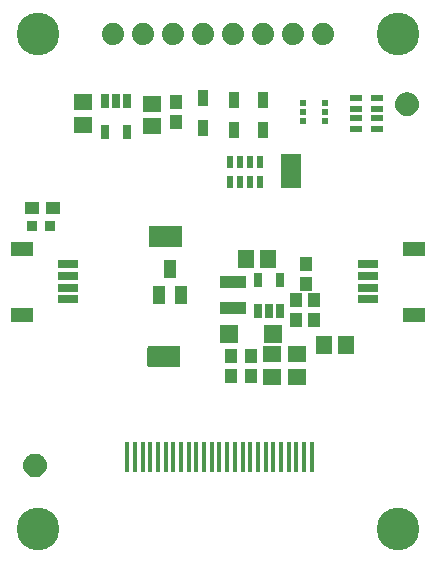
<source format=gbr>
G04 EAGLE Gerber RS-274X export*
G75*
%MOMM*%
%FSLAX34Y34*%
%LPD*%
%INSoldermask Top*%
%IPPOS*%
%AMOC8*
5,1,8,0,0,1.08239X$1,22.5*%
G01*
%ADD10R,1.601600X1.341600*%
%ADD11R,0.651600X1.301600*%
%ADD12R,1.101600X1.176600*%
%ADD13R,1.001600X0.551600*%
%ADD14R,0.601600X0.601600*%
%ADD15R,0.601600X0.501600*%
%ADD16C,3.617600*%
%ADD17R,1.651600X0.701600*%
%ADD18R,1.901600X1.301600*%
%ADD19C,1.101600*%
%ADD20C,0.500000*%
%ADD21R,0.901600X0.901600*%
%ADD22R,1.176600X1.101600*%
%ADD23R,1.101600X1.501600*%
%ADD24R,0.901600X1.451600*%
%ADD25C,1.879600*%
%ADD26R,1.341600X1.601600*%
%ADD27R,0.551600X1.001600*%
%ADD28R,1.651000X2.921000*%
%ADD29R,0.451600X2.601600*%
%ADD30R,2.301600X1.117600*%
%ADD31R,1.501600X1.501600*%

G36*
X146168Y213602D02*
X146168Y213602D01*
X146287Y213609D01*
X146325Y213622D01*
X146366Y213627D01*
X146476Y213670D01*
X146589Y213707D01*
X146624Y213729D01*
X146661Y213744D01*
X146757Y213814D01*
X146858Y213877D01*
X146886Y213907D01*
X146919Y213930D01*
X146995Y214022D01*
X147076Y214109D01*
X147096Y214144D01*
X147121Y214175D01*
X147172Y214283D01*
X147230Y214387D01*
X147240Y214427D01*
X147257Y214463D01*
X147279Y214580D01*
X147309Y214695D01*
X147313Y214756D01*
X147317Y214776D01*
X147315Y214796D01*
X147319Y214856D01*
X147319Y230096D01*
X147304Y230214D01*
X147297Y230333D01*
X147284Y230371D01*
X147279Y230412D01*
X147236Y230522D01*
X147199Y230635D01*
X147177Y230670D01*
X147162Y230707D01*
X147093Y230803D01*
X147029Y230904D01*
X146999Y230932D01*
X146976Y230965D01*
X146884Y231041D01*
X146797Y231122D01*
X146762Y231142D01*
X146731Y231167D01*
X146623Y231218D01*
X146519Y231276D01*
X146479Y231286D01*
X146443Y231303D01*
X146326Y231325D01*
X146211Y231355D01*
X146151Y231359D01*
X146131Y231363D01*
X146110Y231361D01*
X146050Y231365D01*
X120650Y231365D01*
X120532Y231350D01*
X120413Y231343D01*
X120375Y231330D01*
X120334Y231325D01*
X120224Y231282D01*
X120111Y231245D01*
X120076Y231223D01*
X120039Y231208D01*
X119943Y231139D01*
X119842Y231075D01*
X119814Y231045D01*
X119781Y231022D01*
X119706Y230930D01*
X119624Y230843D01*
X119604Y230808D01*
X119579Y230777D01*
X119528Y230669D01*
X119470Y230565D01*
X119460Y230525D01*
X119443Y230489D01*
X119421Y230372D01*
X119391Y230257D01*
X119387Y230197D01*
X119383Y230177D01*
X119384Y230170D01*
X119383Y230168D01*
X119384Y230152D01*
X119381Y230096D01*
X119381Y214856D01*
X119396Y214738D01*
X119403Y214619D01*
X119416Y214581D01*
X119421Y214540D01*
X119464Y214430D01*
X119501Y214317D01*
X119523Y214282D01*
X119538Y214245D01*
X119608Y214149D01*
X119671Y214048D01*
X119701Y214020D01*
X119724Y213987D01*
X119816Y213912D01*
X119903Y213830D01*
X119938Y213810D01*
X119969Y213785D01*
X120077Y213734D01*
X120181Y213676D01*
X120221Y213666D01*
X120257Y213649D01*
X120374Y213627D01*
X120489Y213597D01*
X120550Y213593D01*
X120570Y213589D01*
X120590Y213591D01*
X120650Y213587D01*
X146050Y213587D01*
X146168Y213602D01*
G37*
G36*
X144898Y111710D02*
X144898Y111710D01*
X145017Y111717D01*
X145055Y111730D01*
X145096Y111735D01*
X145206Y111778D01*
X145319Y111815D01*
X145354Y111837D01*
X145391Y111852D01*
X145487Y111922D01*
X145588Y111985D01*
X145616Y112015D01*
X145649Y112038D01*
X145725Y112130D01*
X145806Y112217D01*
X145826Y112252D01*
X145851Y112283D01*
X145902Y112391D01*
X145960Y112495D01*
X145970Y112535D01*
X145987Y112571D01*
X146009Y112688D01*
X146039Y112803D01*
X146043Y112864D01*
X146047Y112884D01*
X146045Y112904D01*
X146049Y112964D01*
X146049Y128204D01*
X146034Y128322D01*
X146027Y128441D01*
X146014Y128479D01*
X146009Y128520D01*
X145966Y128630D01*
X145929Y128743D01*
X145907Y128778D01*
X145892Y128815D01*
X145823Y128911D01*
X145759Y129012D01*
X145729Y129040D01*
X145706Y129073D01*
X145614Y129149D01*
X145527Y129230D01*
X145492Y129250D01*
X145461Y129275D01*
X145353Y129326D01*
X145249Y129384D01*
X145209Y129394D01*
X145173Y129411D01*
X145056Y129433D01*
X144941Y129463D01*
X144881Y129467D01*
X144861Y129471D01*
X144840Y129469D01*
X144780Y129473D01*
X119380Y129473D01*
X119262Y129458D01*
X119143Y129451D01*
X119105Y129438D01*
X119064Y129433D01*
X118954Y129390D01*
X118841Y129353D01*
X118806Y129331D01*
X118769Y129316D01*
X118673Y129247D01*
X118572Y129183D01*
X118544Y129153D01*
X118511Y129130D01*
X118436Y129038D01*
X118354Y128951D01*
X118334Y128916D01*
X118309Y128885D01*
X118258Y128777D01*
X118200Y128673D01*
X118190Y128633D01*
X118173Y128597D01*
X118151Y128480D01*
X118121Y128365D01*
X118117Y128305D01*
X118113Y128285D01*
X118114Y128278D01*
X118113Y128276D01*
X118114Y128260D01*
X118111Y128204D01*
X118111Y112964D01*
X118126Y112846D01*
X118133Y112727D01*
X118146Y112689D01*
X118151Y112648D01*
X118194Y112538D01*
X118231Y112425D01*
X118253Y112390D01*
X118268Y112353D01*
X118338Y112257D01*
X118401Y112156D01*
X118431Y112128D01*
X118454Y112095D01*
X118546Y112020D01*
X118633Y111938D01*
X118668Y111918D01*
X118699Y111893D01*
X118807Y111842D01*
X118911Y111784D01*
X118951Y111774D01*
X118987Y111757D01*
X119104Y111735D01*
X119219Y111705D01*
X119280Y111701D01*
X119300Y111697D01*
X119320Y111699D01*
X119380Y111695D01*
X144780Y111695D01*
X144898Y111710D01*
G37*
D10*
X63500Y335890D03*
X63500Y316890D03*
D11*
X100940Y336851D03*
X91440Y336851D03*
X81940Y336851D03*
X81940Y310849D03*
X100940Y310849D03*
D10*
X121920Y315620D03*
X121920Y334620D03*
D12*
X142240Y319160D03*
X142240Y336160D03*
D13*
X295030Y313390D03*
X312030Y313390D03*
X295030Y322390D03*
X295030Y330390D03*
X295030Y339390D03*
X312030Y339390D03*
X312030Y322390D03*
X312030Y330390D03*
D14*
X268080Y320160D03*
D15*
X268080Y327660D03*
D14*
X268080Y335160D03*
X250080Y335160D03*
D15*
X250080Y327660D03*
D14*
X250080Y320160D03*
D16*
X25400Y393700D03*
X330200Y393700D03*
D17*
X50540Y189150D03*
X50540Y179150D03*
X50540Y199150D03*
X50540Y169150D03*
D18*
X11540Y212150D03*
X11540Y156150D03*
D19*
X22860Y28575D03*
D20*
X22860Y36075D02*
X22679Y36073D01*
X22498Y36066D01*
X22317Y36055D01*
X22136Y36040D01*
X21956Y36020D01*
X21776Y35996D01*
X21597Y35968D01*
X21419Y35935D01*
X21242Y35898D01*
X21065Y35857D01*
X20890Y35812D01*
X20715Y35762D01*
X20542Y35708D01*
X20371Y35650D01*
X20200Y35588D01*
X20032Y35521D01*
X19865Y35451D01*
X19699Y35377D01*
X19536Y35298D01*
X19375Y35216D01*
X19215Y35130D01*
X19058Y35040D01*
X18903Y34946D01*
X18750Y34849D01*
X18600Y34747D01*
X18452Y34643D01*
X18306Y34534D01*
X18164Y34423D01*
X18024Y34307D01*
X17887Y34189D01*
X17752Y34067D01*
X17621Y33942D01*
X17493Y33814D01*
X17368Y33683D01*
X17246Y33548D01*
X17128Y33411D01*
X17012Y33271D01*
X16901Y33129D01*
X16792Y32983D01*
X16688Y32835D01*
X16586Y32685D01*
X16489Y32532D01*
X16395Y32377D01*
X16305Y32220D01*
X16219Y32060D01*
X16137Y31899D01*
X16058Y31736D01*
X15984Y31570D01*
X15914Y31403D01*
X15847Y31235D01*
X15785Y31064D01*
X15727Y30893D01*
X15673Y30720D01*
X15623Y30545D01*
X15578Y30370D01*
X15537Y30193D01*
X15500Y30016D01*
X15467Y29838D01*
X15439Y29659D01*
X15415Y29479D01*
X15395Y29299D01*
X15380Y29118D01*
X15369Y28937D01*
X15362Y28756D01*
X15360Y28575D01*
X22860Y36075D02*
X23041Y36073D01*
X23222Y36066D01*
X23403Y36055D01*
X23584Y36040D01*
X23764Y36020D01*
X23944Y35996D01*
X24123Y35968D01*
X24301Y35935D01*
X24478Y35898D01*
X24655Y35857D01*
X24830Y35812D01*
X25005Y35762D01*
X25178Y35708D01*
X25349Y35650D01*
X25520Y35588D01*
X25688Y35521D01*
X25855Y35451D01*
X26021Y35377D01*
X26184Y35298D01*
X26345Y35216D01*
X26505Y35130D01*
X26662Y35040D01*
X26817Y34946D01*
X26970Y34849D01*
X27120Y34747D01*
X27268Y34643D01*
X27414Y34534D01*
X27556Y34423D01*
X27696Y34307D01*
X27833Y34189D01*
X27968Y34067D01*
X28099Y33942D01*
X28227Y33814D01*
X28352Y33683D01*
X28474Y33548D01*
X28592Y33411D01*
X28708Y33271D01*
X28819Y33129D01*
X28928Y32983D01*
X29032Y32835D01*
X29134Y32685D01*
X29231Y32532D01*
X29325Y32377D01*
X29415Y32220D01*
X29501Y32060D01*
X29583Y31899D01*
X29662Y31736D01*
X29736Y31570D01*
X29806Y31403D01*
X29873Y31235D01*
X29935Y31064D01*
X29993Y30893D01*
X30047Y30720D01*
X30097Y30545D01*
X30142Y30370D01*
X30183Y30193D01*
X30220Y30016D01*
X30253Y29838D01*
X30281Y29659D01*
X30305Y29479D01*
X30325Y29299D01*
X30340Y29118D01*
X30351Y28937D01*
X30358Y28756D01*
X30360Y28575D01*
X30358Y28394D01*
X30351Y28213D01*
X30340Y28032D01*
X30325Y27851D01*
X30305Y27671D01*
X30281Y27491D01*
X30253Y27312D01*
X30220Y27134D01*
X30183Y26957D01*
X30142Y26780D01*
X30097Y26605D01*
X30047Y26430D01*
X29993Y26257D01*
X29935Y26086D01*
X29873Y25915D01*
X29806Y25747D01*
X29736Y25580D01*
X29662Y25414D01*
X29583Y25251D01*
X29501Y25090D01*
X29415Y24930D01*
X29325Y24773D01*
X29231Y24618D01*
X29134Y24465D01*
X29032Y24315D01*
X28928Y24167D01*
X28819Y24021D01*
X28708Y23879D01*
X28592Y23739D01*
X28474Y23602D01*
X28352Y23467D01*
X28227Y23336D01*
X28099Y23208D01*
X27968Y23083D01*
X27833Y22961D01*
X27696Y22843D01*
X27556Y22727D01*
X27414Y22616D01*
X27268Y22507D01*
X27120Y22403D01*
X26970Y22301D01*
X26817Y22204D01*
X26662Y22110D01*
X26505Y22020D01*
X26345Y21934D01*
X26184Y21852D01*
X26021Y21773D01*
X25855Y21699D01*
X25688Y21629D01*
X25520Y21562D01*
X25349Y21500D01*
X25178Y21442D01*
X25005Y21388D01*
X24830Y21338D01*
X24655Y21293D01*
X24478Y21252D01*
X24301Y21215D01*
X24123Y21182D01*
X23944Y21154D01*
X23764Y21130D01*
X23584Y21110D01*
X23403Y21095D01*
X23222Y21084D01*
X23041Y21077D01*
X22860Y21075D01*
X22679Y21077D01*
X22498Y21084D01*
X22317Y21095D01*
X22136Y21110D01*
X21956Y21130D01*
X21776Y21154D01*
X21597Y21182D01*
X21419Y21215D01*
X21242Y21252D01*
X21065Y21293D01*
X20890Y21338D01*
X20715Y21388D01*
X20542Y21442D01*
X20371Y21500D01*
X20200Y21562D01*
X20032Y21629D01*
X19865Y21699D01*
X19699Y21773D01*
X19536Y21852D01*
X19375Y21934D01*
X19215Y22020D01*
X19058Y22110D01*
X18903Y22204D01*
X18750Y22301D01*
X18600Y22403D01*
X18452Y22507D01*
X18306Y22616D01*
X18164Y22727D01*
X18024Y22843D01*
X17887Y22961D01*
X17752Y23083D01*
X17621Y23208D01*
X17493Y23336D01*
X17368Y23467D01*
X17246Y23602D01*
X17128Y23739D01*
X17012Y23879D01*
X16901Y24021D01*
X16792Y24167D01*
X16688Y24315D01*
X16586Y24465D01*
X16489Y24618D01*
X16395Y24773D01*
X16305Y24930D01*
X16219Y25090D01*
X16137Y25251D01*
X16058Y25414D01*
X15984Y25580D01*
X15914Y25747D01*
X15847Y25915D01*
X15785Y26086D01*
X15727Y26257D01*
X15673Y26430D01*
X15623Y26605D01*
X15578Y26780D01*
X15537Y26957D01*
X15500Y27134D01*
X15467Y27312D01*
X15439Y27491D01*
X15415Y27671D01*
X15395Y27851D01*
X15380Y28032D01*
X15369Y28213D01*
X15362Y28394D01*
X15360Y28575D01*
D19*
X337820Y334391D03*
D20*
X337820Y341891D02*
X337639Y341889D01*
X337458Y341882D01*
X337277Y341871D01*
X337096Y341856D01*
X336916Y341836D01*
X336736Y341812D01*
X336557Y341784D01*
X336379Y341751D01*
X336202Y341714D01*
X336025Y341673D01*
X335850Y341628D01*
X335675Y341578D01*
X335502Y341524D01*
X335331Y341466D01*
X335160Y341404D01*
X334992Y341337D01*
X334825Y341267D01*
X334659Y341193D01*
X334496Y341114D01*
X334335Y341032D01*
X334175Y340946D01*
X334018Y340856D01*
X333863Y340762D01*
X333710Y340665D01*
X333560Y340563D01*
X333412Y340459D01*
X333266Y340350D01*
X333124Y340239D01*
X332984Y340123D01*
X332847Y340005D01*
X332712Y339883D01*
X332581Y339758D01*
X332453Y339630D01*
X332328Y339499D01*
X332206Y339364D01*
X332088Y339227D01*
X331972Y339087D01*
X331861Y338945D01*
X331752Y338799D01*
X331648Y338651D01*
X331546Y338501D01*
X331449Y338348D01*
X331355Y338193D01*
X331265Y338036D01*
X331179Y337876D01*
X331097Y337715D01*
X331018Y337552D01*
X330944Y337386D01*
X330874Y337219D01*
X330807Y337051D01*
X330745Y336880D01*
X330687Y336709D01*
X330633Y336536D01*
X330583Y336361D01*
X330538Y336186D01*
X330497Y336009D01*
X330460Y335832D01*
X330427Y335654D01*
X330399Y335475D01*
X330375Y335295D01*
X330355Y335115D01*
X330340Y334934D01*
X330329Y334753D01*
X330322Y334572D01*
X330320Y334391D01*
X337820Y341891D02*
X338001Y341889D01*
X338182Y341882D01*
X338363Y341871D01*
X338544Y341856D01*
X338724Y341836D01*
X338904Y341812D01*
X339083Y341784D01*
X339261Y341751D01*
X339438Y341714D01*
X339615Y341673D01*
X339790Y341628D01*
X339965Y341578D01*
X340138Y341524D01*
X340309Y341466D01*
X340480Y341404D01*
X340648Y341337D01*
X340815Y341267D01*
X340981Y341193D01*
X341144Y341114D01*
X341305Y341032D01*
X341465Y340946D01*
X341622Y340856D01*
X341777Y340762D01*
X341930Y340665D01*
X342080Y340563D01*
X342228Y340459D01*
X342374Y340350D01*
X342516Y340239D01*
X342656Y340123D01*
X342793Y340005D01*
X342928Y339883D01*
X343059Y339758D01*
X343187Y339630D01*
X343312Y339499D01*
X343434Y339364D01*
X343552Y339227D01*
X343668Y339087D01*
X343779Y338945D01*
X343888Y338799D01*
X343992Y338651D01*
X344094Y338501D01*
X344191Y338348D01*
X344285Y338193D01*
X344375Y338036D01*
X344461Y337876D01*
X344543Y337715D01*
X344622Y337552D01*
X344696Y337386D01*
X344766Y337219D01*
X344833Y337051D01*
X344895Y336880D01*
X344953Y336709D01*
X345007Y336536D01*
X345057Y336361D01*
X345102Y336186D01*
X345143Y336009D01*
X345180Y335832D01*
X345213Y335654D01*
X345241Y335475D01*
X345265Y335295D01*
X345285Y335115D01*
X345300Y334934D01*
X345311Y334753D01*
X345318Y334572D01*
X345320Y334391D01*
X345318Y334210D01*
X345311Y334029D01*
X345300Y333848D01*
X345285Y333667D01*
X345265Y333487D01*
X345241Y333307D01*
X345213Y333128D01*
X345180Y332950D01*
X345143Y332773D01*
X345102Y332596D01*
X345057Y332421D01*
X345007Y332246D01*
X344953Y332073D01*
X344895Y331902D01*
X344833Y331731D01*
X344766Y331563D01*
X344696Y331396D01*
X344622Y331230D01*
X344543Y331067D01*
X344461Y330906D01*
X344375Y330746D01*
X344285Y330589D01*
X344191Y330434D01*
X344094Y330281D01*
X343992Y330131D01*
X343888Y329983D01*
X343779Y329837D01*
X343668Y329695D01*
X343552Y329555D01*
X343434Y329418D01*
X343312Y329283D01*
X343187Y329152D01*
X343059Y329024D01*
X342928Y328899D01*
X342793Y328777D01*
X342656Y328659D01*
X342516Y328543D01*
X342374Y328432D01*
X342228Y328323D01*
X342080Y328219D01*
X341930Y328117D01*
X341777Y328020D01*
X341622Y327926D01*
X341465Y327836D01*
X341305Y327750D01*
X341144Y327668D01*
X340981Y327589D01*
X340815Y327515D01*
X340648Y327445D01*
X340480Y327378D01*
X340309Y327316D01*
X340138Y327258D01*
X339965Y327204D01*
X339790Y327154D01*
X339615Y327109D01*
X339438Y327068D01*
X339261Y327031D01*
X339083Y326998D01*
X338904Y326970D01*
X338724Y326946D01*
X338544Y326926D01*
X338363Y326911D01*
X338182Y326900D01*
X338001Y326893D01*
X337820Y326891D01*
X337639Y326893D01*
X337458Y326900D01*
X337277Y326911D01*
X337096Y326926D01*
X336916Y326946D01*
X336736Y326970D01*
X336557Y326998D01*
X336379Y327031D01*
X336202Y327068D01*
X336025Y327109D01*
X335850Y327154D01*
X335675Y327204D01*
X335502Y327258D01*
X335331Y327316D01*
X335160Y327378D01*
X334992Y327445D01*
X334825Y327515D01*
X334659Y327589D01*
X334496Y327668D01*
X334335Y327750D01*
X334175Y327836D01*
X334018Y327926D01*
X333863Y328020D01*
X333710Y328117D01*
X333560Y328219D01*
X333412Y328323D01*
X333266Y328432D01*
X333124Y328543D01*
X332984Y328659D01*
X332847Y328777D01*
X332712Y328899D01*
X332581Y329024D01*
X332453Y329152D01*
X332328Y329283D01*
X332206Y329418D01*
X332088Y329555D01*
X331972Y329695D01*
X331861Y329837D01*
X331752Y329983D01*
X331648Y330131D01*
X331546Y330281D01*
X331449Y330434D01*
X331355Y330589D01*
X331265Y330746D01*
X331179Y330906D01*
X331097Y331067D01*
X331018Y331230D01*
X330944Y331396D01*
X330874Y331563D01*
X330807Y331731D01*
X330745Y331902D01*
X330687Y332073D01*
X330633Y332246D01*
X330583Y332421D01*
X330538Y332596D01*
X330497Y332773D01*
X330460Y332950D01*
X330427Y333128D01*
X330399Y333307D01*
X330375Y333487D01*
X330355Y333667D01*
X330340Y333848D01*
X330329Y334029D01*
X330322Y334210D01*
X330320Y334391D01*
D16*
X25400Y-25400D03*
X330200Y-25400D03*
D21*
X20440Y231140D03*
X35440Y231140D03*
D22*
X20710Y246380D03*
X37710Y246380D03*
D23*
X137160Y195150D03*
X146660Y173150D03*
X127660Y173150D03*
D24*
X165100Y339344D03*
X165100Y313944D03*
X191770Y338074D03*
X191770Y312674D03*
X215900Y338074D03*
X215900Y312674D03*
D25*
X266700Y393700D03*
X241300Y393700D03*
X215900Y393700D03*
X190500Y393700D03*
X165100Y393700D03*
X139700Y393700D03*
X114300Y393700D03*
X88900Y393700D03*
D12*
X189230Y121530D03*
X189230Y104530D03*
D10*
X245110Y122530D03*
X245110Y103530D03*
X223520Y122530D03*
X223520Y103530D03*
D26*
X286360Y130810D03*
X267360Y130810D03*
D12*
X205740Y121530D03*
X205740Y104530D03*
D17*
X305060Y179150D03*
X305060Y189150D03*
X305060Y169150D03*
X305060Y199150D03*
D18*
X344060Y156150D03*
X344060Y212150D03*
D27*
X213660Y268360D03*
X213660Y285360D03*
X204660Y268360D03*
X196660Y268360D03*
X187660Y268360D03*
X187660Y285360D03*
X204660Y285360D03*
X196660Y285360D03*
D28*
X240030Y278130D03*
D29*
X257070Y35440D03*
X250570Y35440D03*
X244070Y35440D03*
X237570Y35440D03*
X231070Y35440D03*
X224570Y35440D03*
X218070Y35440D03*
X211570Y35440D03*
X205070Y35440D03*
X198570Y35440D03*
X192070Y35440D03*
X185570Y35440D03*
X179070Y35440D03*
X172570Y35440D03*
X166070Y35440D03*
X159570Y35440D03*
X153070Y35440D03*
X146570Y35440D03*
X140070Y35440D03*
X133570Y35440D03*
X127070Y35440D03*
X120570Y35440D03*
X114070Y35440D03*
X107570Y35440D03*
X101070Y35440D03*
D11*
X211480Y159719D03*
X220980Y159719D03*
X230480Y159719D03*
X230480Y185721D03*
X211480Y185721D03*
D26*
X220320Y203200D03*
X201320Y203200D03*
D30*
X190500Y183990D03*
X190500Y161450D03*
D31*
X224240Y139700D03*
X187240Y139700D03*
D12*
X243840Y168520D03*
X243840Y151520D03*
X252730Y199000D03*
X252730Y182000D03*
X259080Y151520D03*
X259080Y168520D03*
M02*

</source>
